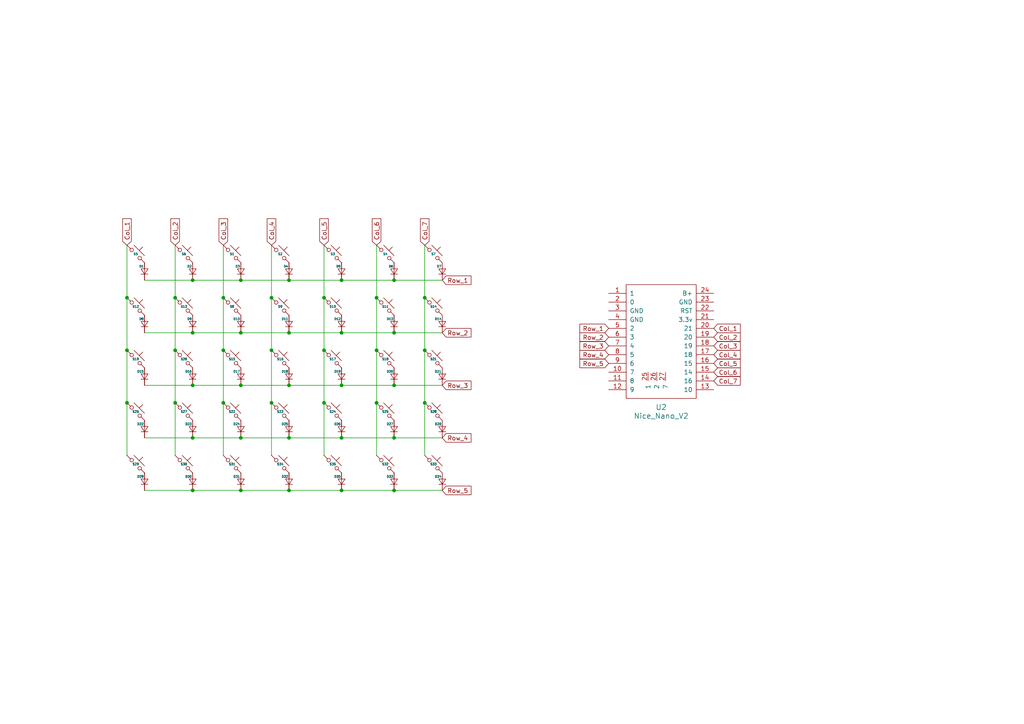
<source format=kicad_sch>
(kicad_sch (version 20250114) (generator "eeschema") (generator_version "9.0")
  (paper "A4")
  (lib_symbols
    (symbol "ScottoKeebs:MCU_Nice_Nano_V2" (pin_names (offset 1.016))
      (property "Reference" "U" (at 0 0 0))
      (property "Value" "Nice_Nano_V2" (at 0 -19.05 0))
      (symbol "MCU_Nice_Nano_V2_0_1"
        (rectangle (start -10.16 16.51) (end 10.16 -16.51))
      )
      (symbol "MCU_Nice_Nano_V2_1_1"
        (pin input line (at -15.24 13.97 0) (length 5.08) (name "1") (number "1"))
        (pin input line (at -15.24 11.43 0) (length 5.08) (name "0") (number "2"))
        (pin input line (at -15.24 8.89 0) (length 5.08) (name "GND") (number "3"))
        (pin input line (at -15.24 6.35 0) (length 5.08) (name "GND") (number "4"))
        (pin input line (at -15.24 3.81 0) (length 5.08) (name "2") (number "5"))
        (pin input line (at -15.24 1.27 0) (length 5.08) (name "3") (number "6"))
        (pin input line (at -15.24 -1.27 0) (length 5.08) (name "4") (number "7"))
        (pin input line (at -15.24 -3.81 0) (length 5.08) (name "5") (number "8"))
        (pin input line (at -15.24 -6.35 0) (length 5.08) (name "6") (number "9"))
        (pin input line (at -15.24 -8.89 0) (length 5.08) (name "7") (number "10"))
        (pin input line (at -15.24 -11.43 0) (length 5.08) (name "8") (number "11"))
        (pin input line (at -15.24 -13.97 0) (length 5.08) (name "9") (number "12"))
        (pin input line (at -3.81 -8.89 270) (length 2.5) (name "1") (number "25"))
        (pin input line (at -1.27 -8.89 270) (length 2.5) (name "2") (number "26"))
        (pin input line (at 1.27 -8.89 270) (length 2.5) (name "7") (number "27"))
        (pin input line (at 15.24 13.97 180) (length 5.08) (name "B+") (number "24"))
        (pin input line (at 15.24 11.43 180) (length 5.08) (name "GND") (number "23"))
        (pin input line (at 15.24 8.89 180) (length 5.08) (name "RST") (number "22"))
        (pin input line (at 15.24 6.35 180) (length 5.08) (name "3.3v") (number "21"))
        (pin input line (at 15.24 3.81 180) (length 5.08) (name "21") (number "20"))
        (pin input line (at 15.24 1.27 180) (length 5.08) (name "20") (number "19"))
        (pin input line (at 15.24 -1.27 180) (length 5.08) (name "19") (number "18"))
        (pin input line (at 15.24 -3.81 180) (length 5.08) (name "18") (number "17"))
        (pin input line (at 15.24 -6.35 180) (length 5.08) (name "15") (number "16"))
        (pin input line (at 15.24 -8.89 180) (length 5.08) (name "14") (number "15"))
        (pin input line (at 15.24 -11.43 180) (length 5.08) (name "16") (number "14"))
        (pin input line (at 15.24 -13.97 180) (length 5.08) (name "10") (number "13"))
      )
    )
    (symbol "ScottoKeebs:Placeholder_Diode" (pin_numbers (hide yes)) (pin_names (hide yes))
      (property "Reference" "D" (at -0.15 1.066 0))
      (symbol "Placeholder_Diode_0_1"
        (polyline (pts (xy 0 -0.762) (xy 0 0.762)))
      )
      (symbol "Placeholder_Diode_1_1"
        (polyline (pts (xy 1.016 0.762) (xy 0 -0.762) (xy -1.016 0.762) (xy 1.016 0.762)) (stroke (width 0.1524)))
        (polyline (pts (xy 1.016 -0.762) (xy -1.016 -0.762)) (stroke (width 0.1524)))
        (pin passive line (at 0 2.54 270) (length 1.778) (name "A") (number "2"))
        (pin passive line (at 0 -2.54 90) (length 1.778) (name "K") (number "1"))
      )
    )
    (symbol "ScottoKeebs:Placeholder_Keyswitch" (pin_numbers (hide yes)) (pin_names (offset 1.016) (hide yes))
      (property "Reference" "S" (at 0 0 0))
      (symbol "Placeholder_Keyswitch_0_1"
        (polyline (pts (xy -2.54 2.54) (xy -1.524 1.524) (xy -1.524 1.524)))
        (circle (center -1.1684 1.1684) (radius 0.508))
        (polyline (pts (xy -0.508 2.54) (xy 2.54 -0.508)))
        (polyline (pts (xy 1.016 1.016) (xy 2.032 2.032)))
        (circle (center 1.143 -1.1938) (radius 0.508))
        (polyline (pts (xy 1.524 -1.524) (xy 2.54 -2.54) (xy 2.54 -2.54) (xy 2.54 -2.54)))
        (pin passive line (at -2.54 2.54 0) (length 0) (name "1") (number "1"))
        (pin passive line (at 2.54 -2.54 180) (length 0) (name "2") (number "2"))
      )
    )
  )
  (junction (at 69.85 81.28))
  (junction (at 55.88 111.76))
  (junction (at 83.82 81.28))
  (junction (at 123.19 116.84))
  (junction (at 36.83 116.84))
  (junction (at 64.77 116.84))
  (junction (at 78.74 116.84))
  (junction (at 93.98 101.6))
  (junction (at 83.82 96.52))
  (junction (at 36.83 101.6))
  (junction (at 78.74 86.36))
  (junction (at 64.77 86.36))
  (junction (at 114.3 111.76))
  (junction (at 55.88 142.24))
  (junction (at 83.82 142.24))
  (junction (at 69.85 127))
  (junction (at 99.06 111.76))
  (junction (at 93.98 86.36))
  (junction (at 55.88 81.28))
  (junction (at 93.98 116.84))
  (junction (at 50.8 86.36))
  (junction (at 69.85 96.52))
  (junction (at 114.3 81.28))
  (junction (at 99.06 96.52))
  (junction (at 99.06 142.24))
  (junction (at 114.3 142.24))
  (junction (at 114.3 127))
  (junction (at 123.19 86.36))
  (junction (at 55.88 96.52))
  (junction (at 83.82 127))
  (junction (at 99.06 127))
  (junction (at 36.83 86.36))
  (junction (at 109.22 86.36))
  (junction (at 123.19 101.6))
  (junction (at 55.88 127))
  (junction (at 109.22 101.6))
  (junction (at 69.85 111.76))
  (junction (at 78.74 101.6))
  (junction (at 64.77 101.6))
  (junction (at 114.3 96.52))
  (junction (at 99.06 81.28))
  (junction (at 83.82 111.76))
  (junction (at 50.8 116.84))
  (junction (at 50.8 101.6))
  (junction (at 109.22 116.84))
  (junction (at 69.85 142.24))
  (wire (pts (xy 114.3 127) (xy 128.27 127)))
  (wire (pts (xy 41.91 142.24) (xy 55.88 142.24)))
  (wire (pts (xy 78.74 71.12) (xy 78.74 86.36)))
  (wire (pts (xy 114.3 111.76) (xy 128.27 111.76)))
  (wire (pts (xy 114.3 96.52) (xy 128.27 96.52)))
  (wire (pts (xy 36.83 71.12) (xy 36.83 86.36)))
  (wire (pts (xy 109.22 116.84) (xy 109.22 132.08)))
  (wire (pts (xy 55.88 96.52) (xy 69.85 96.52)))
  (wire (pts (xy 64.77 116.84) (xy 64.77 132.08)))
  (wire (pts (xy 50.8 86.36) (xy 50.8 101.6)))
  (wire (pts (xy 83.82 96.52) (xy 99.06 96.52)))
  (wire (pts (xy 83.82 127) (xy 99.06 127)))
  (wire (pts (xy 114.3 81.28) (xy 128.27 81.28)))
  (wire (pts (xy 99.06 142.24) (xy 114.3 142.24)))
  (wire (pts (xy 41.91 111.76) (xy 55.88 111.76)))
  (wire (pts (xy 93.98 71.12) (xy 93.98 86.36)))
  (wire (pts (xy 83.82 111.76) (xy 99.06 111.76)))
  (wire (pts (xy 55.88 81.28) (xy 69.85 81.28)))
  (wire (pts (xy 78.74 116.84) (xy 78.74 132.08)))
  (wire (pts (xy 99.06 111.76) (xy 114.3 111.76)))
  (wire (pts (xy 69.85 96.52) (xy 83.82 96.52)))
  (wire (pts (xy 93.98 101.6) (xy 93.98 116.84)))
  (wire (pts (xy 109.22 101.6) (xy 109.22 116.84)))
  (wire (pts (xy 123.19 116.84) (xy 123.19 132.08)))
  (wire (pts (xy 78.74 86.36) (xy 78.74 101.6)))
  (wire (pts (xy 93.98 86.36) (xy 93.98 101.6)))
  (wire (pts (xy 50.8 101.6) (xy 50.8 116.84)))
  (wire (pts (xy 78.74 101.6) (xy 78.74 116.84)))
  (wire (pts (xy 69.85 81.28) (xy 83.82 81.28)))
  (wire (pts (xy 69.85 142.24) (xy 83.82 142.24)))
  (wire (pts (xy 36.83 86.36) (xy 36.83 101.6)))
  (wire (pts (xy 64.77 101.6) (xy 64.77 116.84)))
  (wire (pts (xy 69.85 127) (xy 83.82 127)))
  (wire (pts (xy 99.06 81.28) (xy 114.3 81.28)))
  (wire (pts (xy 55.88 142.24) (xy 69.85 142.24)))
  (wire (pts (xy 99.06 127) (xy 114.3 127)))
  (wire (pts (xy 93.98 116.84) (xy 93.98 132.08)))
  (wire (pts (xy 83.82 142.24) (xy 99.06 142.24)))
  (wire (pts (xy 36.83 116.84) (xy 36.83 132.08)))
  (wire (pts (xy 41.91 81.28) (xy 55.88 81.28)))
  (wire (pts (xy 50.8 71.12) (xy 50.8 86.36)))
  (wire (pts (xy 123.19 71.12) (xy 123.19 86.36)))
  (wire (pts (xy 109.22 86.36) (xy 109.22 101.6)))
  (wire (pts (xy 55.88 127) (xy 69.85 127)))
  (wire (pts (xy 114.3 142.24) (xy 128.27 142.24)))
  (wire (pts (xy 109.22 71.12) (xy 109.22 86.36)))
  (wire (pts (xy 69.85 111.76) (xy 83.82 111.76)))
  (wire (pts (xy 55.88 111.76) (xy 69.85 111.76)))
  (wire (pts (xy 41.91 96.52) (xy 55.88 96.52)))
  (wire (pts (xy 123.19 101.6) (xy 123.19 116.84)))
  (wire (pts (xy 83.82 81.28) (xy 99.06 81.28)))
  (wire (pts (xy 123.19 86.36) (xy 123.19 101.6)))
  (wire (pts (xy 50.8 116.84) (xy 50.8 132.08)))
  (wire (pts (xy 64.77 71.12) (xy 64.77 86.36)))
  (wire (pts (xy 36.83 101.6) (xy 36.83 116.84)))
  (wire (pts (xy 64.77 86.36) (xy 64.77 101.6)))
  (wire (pts (xy 41.91 127) (xy 55.88 127)))
  (wire (pts (xy 99.06 96.52) (xy 114.3 96.52)))
  (global_label "Row_3" (shape input) (at 176.53 100.33 180) (property "Intersheetrefs" "${INTERSHEET_REFS}" (effects (hide yes))))
  (global_label "Col_3" (shape input) (at 64.77 71.12 90) (property "Intersheetrefs" "${INTERSHEET_REFS}" (effects (hide yes))))
  (global_label "Col_6" (shape input) (at 109.22 71.12 90) (property "Intersheetrefs" "${INTERSHEET_REFS}" (effects (hide yes))))
  (global_label "Col_1" (shape input) (at 207.01 95.25 0) (property "Intersheetrefs" "${INTERSHEET_REFS}" (effects (hide yes))))
  (global_label "Col_2" (shape input) (at 50.8 71.12 90) (property "Intersheetrefs" "${INTERSHEET_REFS}" (effects (hide yes))))
  (global_label "Col_7" (shape input) (at 123.19 71.12 90) (property "Intersheetrefs" "${INTERSHEET_REFS}" (effects (hide yes))))
  (global_label "Col_4" (shape input) (at 207.01 102.87 0) (property "Intersheetrefs" "${INTERSHEET_REFS}" (effects (hide yes))))
  (global_label "Col_5" (shape input) (at 207.01 105.41 0) (property "Intersheetrefs" "${INTERSHEET_REFS}" (effects (hide yes))))
  (global_label "Row_3" (shape input) (at 128.27 111.76 0) (property "Intersheetrefs" "${INTERSHEET_REFS}" (effects (hide yes))))
  (global_label "Row_1" (shape input) (at 128.27 81.28 0) (property "Intersheetrefs" "${INTERSHEET_REFS}" (effects (hide yes))))
  (global_label "Row_1" (shape input) (at 176.53 95.25 180) (property "Intersheetrefs" "${INTERSHEET_REFS}" (effects (hide yes))))
  (global_label "Col_3" (shape input) (at 207.01 100.33 0) (property "Intersheetrefs" "${INTERSHEET_REFS}" (effects (hide yes))))
  (global_label "Row_4" (shape input) (at 176.53 102.87 180) (property "Intersheetrefs" "${INTERSHEET_REFS}" (effects (hide yes))))
  (global_label "Row_2" (shape input) (at 176.53 97.79 180) (property "Intersheetrefs" "${INTERSHEET_REFS}" (effects (hide yes))))
  (global_label "Row_2" (shape input) (at 128.27 96.52 0) (property "Intersheetrefs" "${INTERSHEET_REFS}" (effects (hide yes))))
  (global_label "Row_5" (shape input) (at 128.27 142.24 0) (property "Intersheetrefs" "${INTERSHEET_REFS}" (effects (hide yes))))
  (global_label "Col_5" (shape input) (at 93.98 71.12 90) (property "Intersheetrefs" "${INTERSHEET_REFS}" (effects (hide yes))))
  (global_label "Col_7" (shape input) (at 207.01 110.49 0) (property "Intersheetrefs" "${INTERSHEET_REFS}" (effects (hide yes))))
  (global_label "Row_4" (shape input) (at 128.27 127 0) (property "Intersheetrefs" "${INTERSHEET_REFS}" (effects (hide yes))))
  (global_label "Col_2" (shape input) (at 207.01 97.79 0) (property "Intersheetrefs" "${INTERSHEET_REFS}" (effects (hide yes))))
  (global_label "Col_6" (shape input) (at 207.01 107.95 0) (property "Intersheetrefs" "${INTERSHEET_REFS}" (effects (hide yes))))
  (global_label "Row_5" (shape input) (at 176.53 105.41 180) (property "Intersheetrefs" "${INTERSHEET_REFS}" (effects (hide yes))))
  (global_label "Col_1" (shape input) (at 36.83 71.12 90) (property "Intersheetrefs" "${INTERSHEET_REFS}" (effects (hide yes))))
  (global_label "Col_4" (shape input) (at 78.74 71.12 90) (property "Intersheetrefs" "${INTERSHEET_REFS}" (effects (hide yes))))
  (symbol (lib_id "ScottoKeebs:Placeholder_Keyswitch") (at 96.52 73.66 0) (unit 1)
    (property "Reference" "S3" (at 96.52 73.66 0) (effects (font (size 0.635 0.635) (thickness 0.127) (bold yes))))
    (property "Value" "S5" (effects (hide yes)))
    (property "Footprint" "key-switches:SW_MX_HotSwap_PTH_double" (effects (hide yes)))
  )
  (symbol (lib_id "ScottoKeebs:Placeholder_Keyswitch") (at 111.76 73.66 0) (unit 1)
    (property "Reference" "S4" (at 111.76 73.66 0) (effects (font (size 0.635 0.635) (thickness 0.127) (bold yes))))
    (property "Value" "S6" (effects (hide yes)))
    (property "Footprint" "key-switches:SW_MX_HotSwap_PTH_double" (effects (hide yes)))
  )
  (symbol (lib_id "ScottoKeebs:Placeholder_Diode") (at 69.85 109.22 0) (unit 1)
    (property "Reference" "D17" (at 69.7 108.154 0) (effects (font (size 0.635 0.635) (thickness 0.127) (bold yes)) (justify right bottom)))
    (property "Footprint" "ScottoKeebs_Components:Diode_DO-35" (effects (hide yes)))
  )
  (symbol (lib_id "ScottoKeebs:Placeholder_Diode") (at 41.91 124.46 0) (unit 1)
    (property "Reference" "D22" (at 41.76 123.394 0) (effects (font (size 0.635 0.635) (thickness 0.127) (bold yes)) (justify right bottom)))
    (property "Footprint" "ScottoKeebs_Components:Diode_DO-35" (effects (hide yes)))
  )
  (symbol (lib_id "ScottoKeebs:Placeholder_Diode") (at 55.88 93.98 0) (unit 1)
    (property "Reference" "D9" (at 55.73 92.914 0) (effects (font (size 0.635 0.635) (thickness 0.127) (bold yes)) (justify right bottom)))
    (property "Footprint" "ScottoKeebs_Components:Diode_DO-35" (effects (hide yes)))
  )
  (symbol (lib_id "ScottoKeebs:Placeholder_Keyswitch") (at 67.31 119.38 0) (unit 1)
    (property "Reference" "S22" (at 67.31 119.38 0) (effects (font (size 0.635 0.635) (thickness 0.127) (bold yes))))
    (property "Value" "S24" (effects (hide yes)))
    (property "Footprint" "key-switches:SW_MX_HotSwap_PTH_double" (effects (hide yes)))
  )
  (symbol (lib_id "ScottoKeebs:Placeholder_Diode") (at 114.3 139.7 0) (unit 1)
    (property "Reference" "D33" (at 114.15 138.634 0) (effects (font (size 0.635 0.635) (thickness 0.127) (bold yes)) (justify right bottom)))
    (property "Footprint" "ScottoKeebs_Components:Diode_DO-35" (effects (hide yes)))
  )
  (symbol (lib_id "ScottoKeebs:Placeholder_Keyswitch") (at 39.37 119.38 0) (unit 1)
    (property "Reference" "S26" (at 39.37 119.38 0) (effects (font (size 0.635 0.635) (thickness 0.127) (bold yes))))
    (property "Value" "S22" (effects (hide yes)))
    (property "Footprint" "key-switches:SW_MX_HotSwap_PTH_double" (effects (hide yes)))
  )
  (symbol (lib_id "ScottoKeebs:Placeholder_Keyswitch") (at 53.34 88.9 0) (unit 1)
    (property "Reference" "S13" (at 53.34 88.9 0) (effects (font (size 0.635 0.635) (thickness 0.127) (bold yes))))
    (property "Value" "S9" (effects (hide yes)))
    (property "Footprint" "key-switches:SW_MX_HotSwap_PTH_double" (effects (hide yes)))
  )
  (symbol (lib_id "ScottoKeebs:Placeholder_Keyswitch") (at 125.73 73.66 0) (unit 1)
    (property "Reference" "S7" (at 125.73 73.66 0) (effects (font (size 0.635 0.635) (thickness 0.127) (bold yes))))
    (property "Value" "S7" (effects (hide yes)))
    (property "Footprint" "key-switches:SW_MX_HotSwap_PTH_double" (effects (hide yes)))
  )
  (symbol (lib_id "ScottoKeebs:MCU_Nice_Nano_V2") (at 191.77 99.06 0) (unit 1)
    (property "Reference" "U2" (at 191.77 118.11 0) (effects (font (size 1.524 1.524))))
    (property "Value" "Nice_Nano_V2" (at 191.77 120.65 0) (effects (font (size 1.524 1.524))))
    (property "Footprint" "ScottoKeebs_MCU:Nice_Nano_V2" (effects (hide yes)))
  )
  (symbol (lib_id "ScottoKeebs:Placeholder_Diode") (at 99.06 109.22 0) (unit 1)
    (property "Reference" "D19" (at 98.91 108.154 0) (effects (font (size 0.635 0.635) (thickness 0.127) (bold yes)) (justify right bottom)))
    (property "Footprint" "ScottoKeebs_Components:Diode_DO-35" (effects (hide yes)))
  )
  (symbol (lib_id "ScottoKeebs:Placeholder_Diode") (at 69.85 124.46 0) (unit 1)
    (property "Reference" "D24" (at 69.7 123.394 0) (effects (font (size 0.635 0.635) (thickness 0.127) (bold yes)) (justify right bottom)))
    (property "Footprint" "ScottoKeebs_Components:Diode_DO-35" (effects (hide yes)))
  )
  (symbol (lib_id "ScottoKeebs:Placeholder_Keyswitch") (at 67.31 134.62 0) (unit 1)
    (property "Reference" "S31" (at 67.31 134.62 0) (effects (font (size 0.635 0.635) (thickness 0.127) (bold yes))))
    (property "Value" "S31" (effects (hide yes)))
    (property "Footprint" "key-switches:SW_MX_HotSwap_PTH_double" (effects (hide yes)))
  )
  (symbol (lib_id "ScottoKeebs:Placeholder_Keyswitch") (at 111.76 88.9 0) (unit 1)
    (property "Reference" "S11" (at 111.76 88.9 0) (effects (font (size 0.635 0.635) (thickness 0.127) (bold yes))))
    (property "Value" "S13" (effects (hide yes)))
    (property "Footprint" "key-switches:SW_MX_HotSwap_PTH_double" (effects (hide yes)))
  )
  (symbol (lib_id "ScottoKeebs:Placeholder_Diode") (at 128.27 93.98 0) (unit 1)
    (property "Reference" "D14" (at 128.12 92.914 0) (effects (font (size 0.635 0.635) (thickness 0.127) (bold yes)) (justify right bottom)))
    (property "Footprint" "ScottoKeebs_Components:Diode_DO-35" (effects (hide yes)))
  )
  (symbol (lib_id "ScottoKeebs:Placeholder_Diode") (at 114.3 109.22 0) (unit 1)
    (property "Reference" "D20" (at 114.15 108.154 0) (effects (font (size 0.635 0.635) (thickness 0.127) (bold yes)) (justify right bottom)))
    (property "Footprint" "ScottoKeebs_Components:Diode_DO-35" (effects (hide yes)))
  )
  (symbol (lib_id "ScottoKeebs:Placeholder_Diode") (at 114.3 124.46 0) (unit 1)
    (property "Reference" "D27" (at 114.15 123.394 0) (effects (font (size 0.635 0.635) (thickness 0.127) (bold yes)) (justify right bottom)))
    (property "Footprint" "ScottoKeebs_Components:Diode_DO-35" (effects (hide yes)))
  )
  (symbol (lib_id "ScottoKeebs:Placeholder_Diode") (at 128.27 78.74 0) (unit 1)
    (property "Reference" "D7" (at 128.12 77.674 0) (effects (font (size 0.635 0.635) (thickness 0.127) (bold yes)) (justify right bottom)))
    (property "Footprint" "ScottoKeebs_Components:Diode_DO-35" (effects (hide yes)))
  )
  (symbol (lib_id "ScottoKeebs:Placeholder_Diode") (at 83.82 124.46 0) (unit 1)
    (property "Reference" "D25" (at 83.67 123.394 0) (effects (font (size 0.635 0.635) (thickness 0.127) (bold yes)) (justify right bottom)))
    (property "Footprint" "ScottoKeebs_Components:Diode_DO-35" (effects (hide yes)))
  )
  (symbol (lib_id "ScottoKeebs:Placeholder_Keyswitch") (at 96.52 134.62 0) (unit 1)
    (property "Reference" "S35" (at 96.52 134.62 0) (effects (font (size 0.635 0.635) (thickness 0.127) (bold yes))))
    (property "Value" "S33" (effects (hide yes)))
    (property "Footprint" "key-switches:SW_MX_HotSwap_PTH_double" (effects (hide yes)))
  )
  (symbol (lib_id "ScottoKeebs:Placeholder_Diode") (at 41.91 139.7 0) (unit 1)
    (property "Reference" "D29" (at 41.76 138.634 0) (effects (font (size 0.635 0.635) (thickness 0.127) (bold yes)) (justify right bottom)))
    (property "Footprint" "ScottoKeebs_Components:Diode_DO-35" (effects (hide yes)))
  )
  (symbol (lib_id "ScottoKeebs:Placeholder_Diode") (at 41.91 109.22 0) (unit 1)
    (property "Reference" "D15" (at 41.76 108.154 0) (effects (font (size 0.635 0.635) (thickness 0.127) (bold yes)) (justify right bottom)))
    (property "Footprint" "ScottoKeebs_Components:Diode_DO-35" (effects (hide yes)))
  )
  (symbol (lib_id "ScottoKeebs:Placeholder_Keyswitch") (at 81.28 73.66 0) (unit 1)
    (property "Reference" "S2" (at 81.28 73.66 0) (effects (font (size 0.635 0.635) (thickness 0.127) (bold yes))))
    (property "Value" "S4" (effects (hide yes)))
    (property "Footprint" "key-switches:SW_MX_HotSwap_PTH_double" (effects (hide yes)))
  )
  (symbol (lib_id "ScottoKeebs:Placeholder_Diode") (at 69.85 139.7 0) (unit 1)
    (property "Reference" "D31" (at 69.7 138.634 0) (effects (font (size 0.635 0.635) (thickness 0.127) (bold yes)) (justify right bottom)))
    (property "Footprint" "ScottoKeebs_Components:Diode_DO-35" (effects (hide yes)))
  )
  (symbol (lib_id "ScottoKeebs:Placeholder_Keyswitch") (at 39.37 88.9 0) (unit 1)
    (property "Reference" "S12" (at 39.37 88.9 0) (effects (font (size 0.635 0.635) (thickness 0.127) (bold yes))))
    (property "Value" "S8" (effects (hide yes)))
    (property "Footprint" "key-switches:SW_MX_HotSwap_PTH_double" (effects (hide yes)))
  )
  (symbol (lib_id "ScottoKeebs:Placeholder_Keyswitch") (at 111.76 104.14 0) (unit 1)
    (property "Reference" "S18" (at 111.76 104.14 0) (effects (font (size 0.635 0.635) (thickness 0.127) (bold yes))))
    (property "Value" "S20" (effects (hide yes)))
    (property "Footprint" "key-switches:SW_MX_HotSwap_PTH_double" (effects (hide yes)))
  )
  (symbol (lib_id "ScottoKeebs:Placeholder_Keyswitch") (at 81.28 104.14 0) (unit 1)
    (property "Reference" "S16" (at 81.28 104.14 0) (effects (font (size 0.635 0.635) (thickness 0.127) (bold yes))))
    (property "Value" "S18" (effects (hide yes)))
    (property "Footprint" "key-switches:SW_MX_HotSwap_PTH_double" (effects (hide yes)))
  )
  (symbol (lib_id "ScottoKeebs:Placeholder_Diode") (at 55.88 124.46 0) (unit 1)
    (property "Reference" "D23" (at 55.73 123.394 0) (effects (font (size 0.635 0.635) (thickness 0.127) (bold yes)) (justify right bottom)))
    (property "Footprint" "ScottoKeebs_Components:Diode_DO-35" (effects (hide yes)))
  )
  (symbol (lib_id "ScottoKeebs:Placeholder_Keyswitch") (at 67.31 88.9 0) (unit 1)
    (property "Reference" "S8" (at 67.31 88.9 0) (effects (font (size 0.635 0.635) (thickness 0.127) (bold yes))))
    (property "Value" "S10" (effects (hide yes)))
    (property "Footprint" "key-switches:SW_MX_HotSwap_PTH_double" (effects (hide yes)))
  )
  (symbol (lib_id "ScottoKeebs:Placeholder_Diode") (at 128.27 124.46 0) (unit 1)
    (property "Reference" "D28" (at 128.12 123.394 0) (effects (font (size 0.635 0.635) (thickness 0.127) (bold yes)) (justify right bottom)))
    (property "Footprint" "ScottoKeebs_Components:Diode_DO-35" (effects (hide yes)))
  )
  (symbol (lib_id "ScottoKeebs:Placeholder_Diode") (at 55.88 78.74 0) (unit 1)
    (property "Reference" "D2" (at 55.73 77.674 0) (effects (font (size 0.635 0.635) (thickness 0.127) (bold yes)) (justify right bottom)))
    (property "Footprint" "ScottoKeebs_Components:Diode_DO-35" (effects (hide yes)))
  )
  (symbol (lib_id "ScottoKeebs:Placeholder_Diode") (at 114.3 93.98 0) (unit 1)
    (property "Reference" "D13" (at 114.15 92.914 0) (effects (font (size 0.635 0.635) (thickness 0.127) (bold yes)) (justify right bottom)))
    (property "Footprint" "ScottoKeebs_Components:Diode_DO-35" (effects (hide yes)))
  )
  (symbol (lib_id "ScottoKeebs:Placeholder_Diode") (at 41.91 78.74 0) (unit 1)
    (property "Reference" "D1" (at 41.76 77.674 0) (effects (font (size 0.635 0.635) (thickness 0.127) (bold yes)) (justify right bottom)))
    (property "Footprint" "ScottoKeebs_Components:Diode_DO-35" (effects (hide yes)))
  )
  (symbol (lib_id "ScottoKeebs:Placeholder_Keyswitch") (at 125.73 134.62 0) (unit 1)
    (property "Reference" "S33" (at 125.73 134.62 0) (effects (font (size 0.635 0.635) (thickness 0.127) (bold yes))))
    (property "Value" "S35" (effects (hide yes)))
    (property "Footprint" "key-switches:SW_MX_HotSwap_PTH_double" (effects (hide yes)))
  )
  (symbol (lib_id "ScottoKeebs:Placeholder_Keyswitch") (at 53.34 119.38 0) (unit 1)
    (property "Reference" "S27" (at 53.34 119.38 0) (effects (font (size 0.635 0.635) (thickness 0.127) (bold yes))))
    (property "Value" "S23" (effects (hide yes)))
    (property "Footprint" "key-switches:SW_MX_HotSwap_PTH_double" (effects (hide yes)))
  )
  (symbol (lib_id "ScottoKeebs:Placeholder_Diode") (at 41.91 93.98 0) (unit 1)
    (property "Reference" "D8" (at 41.76 92.914 0) (effects (font (size 0.635 0.635) (thickness 0.127) (bold yes)) (justify right bottom)))
    (property "Footprint" "ScottoKeebs_Components:Diode_DO-35" (effects (hide yes)))
  )
  (symbol (lib_id "ScottoKeebs:Placeholder_Diode") (at 83.82 93.98 0) (unit 1)
    (property "Reference" "D11" (at 83.67 92.914 0) (effects (font (size 0.635 0.635) (thickness 0.127) (bold yes)) (justify right bottom)))
    (property "Footprint" "ScottoKeebs_Components:Diode_DO-35" (effects (hide yes)))
  )
  (symbol (lib_id "ScottoKeebs:Placeholder_Diode") (at 83.82 139.7 0) (unit 1)
    (property "Reference" "D32" (at 83.67 138.634 0) (effects (font (size 0.635 0.635) (thickness 0.127) (bold yes)) (justify right bottom)))
    (property "Footprint" "ScottoKeebs_Components:Diode_DO-35" (effects (hide yes)))
  )
  (symbol (lib_id "ScottoKeebs:Placeholder_Diode") (at 55.88 109.22 0) (unit 1)
    (property "Reference" "D16" (at 55.73 108.154 0) (effects (font (size 0.635 0.635) (thickness 0.127) (bold yes)) (justify right bottom)))
    (property "Footprint" "ScottoKeebs_Components:Diode_DO-35" (effects (hide yes)))
  )
  (symbol (lib_id "ScottoKeebs:Placeholder_Keyswitch") (at 111.76 134.62 0) (unit 1)
    (property "Reference" "S32" (at 111.76 134.62 0) (effects (font (size 0.635 0.635) (thickness 0.127) (bold yes))))
    (property "Value" "S34" (effects (hide yes)))
    (property "Footprint" "key-switches:SW_MX_HotSwap_PTH_double" (effects (hide yes)))
  )
  (symbol (lib_id "ScottoKeebs:Placeholder_Diode") (at 99.06 139.7 0) (unit 1)
    (property "Reference" "D35" (at 98.91 138.634 0) (effects (font (size 0.635 0.635) (thickness 0.127) (bold yes)) (justify right bottom)))
    (property "Footprint" "ScottoKeebs_Components:Diode_DO-35" (effects (hide yes)))
  )
  (symbol (lib_id "ScottoKeebs:Placeholder_Diode") (at 128.27 139.7 0) (unit 1)
    (property "Reference" "D34" (at 128.12 138.634 0) (effects (font (size 0.635 0.635) (thickness 0.127) (bold yes)) (justify right bottom)))
    (property "Footprint" "ScottoKeebs_Components:Diode_DO-35" (effects (hide yes)))
  )
  (symbol (lib_id "ScottoKeebs:Placeholder_Diode") (at 99.06 124.46 0) (unit 1)
    (property "Reference" "D26" (at 98.91 123.394 0) (effects (font (size 0.635 0.635) (thickness 0.127) (bold yes)) (justify right bottom)))
    (property "Footprint" "ScottoKeebs_Components:Diode_DO-35" (effects (hide yes)))
  )
  (symbol (lib_id "ScottoKeebs:Placeholder_Keyswitch") (at 67.31 104.14 0) (unit 1)
    (property "Reference" "S15" (at 67.31 104.14 0) (effects (font (size 0.635 0.635) (thickness 0.127) (bold yes))))
    (property "Value" "S17" (effects (hide yes)))
    (property "Footprint" "key-switches:SW_MX_HotSwap_PTH_double" (effects (hide yes)))
  )
  (symbol (lib_id "ScottoKeebs:Placeholder_Keyswitch") (at 96.52 88.9 0) (unit 1)
    (property "Reference" "S10" (at 96.52 88.9 0) (effects (font (size 0.635 0.635) (thickness 0.127) (bold yes))))
    (property "Value" "S12" (effects (hide yes)))
    (property "Footprint" "key-switches:SW_MX_HotSwap_PTH_double" (effects (hide yes)))
  )
  (symbol (lib_id "ScottoKeebs:Placeholder_Keyswitch") (at 81.28 119.38 0) (unit 1)
    (property "Reference" "S23" (at 81.28 119.38 0) (effects (font (size 0.635 0.635) (thickness 0.127) (bold yes))))
    (property "Value" "S25" (effects (hide yes)))
    (property "Footprint" "key-switches:SW_MX_HotSwap_PTH_double" (effects (hide yes)))
  )
  (symbol (lib_id "ScottoKeebs:Placeholder_Diode") (at 114.3 78.74 0) (unit 1)
    (property "Reference" "D6" (at 114.15 77.674 0) (effects (font (size 0.635 0.635) (thickness 0.127) (bold yes)) (justify right bottom)))
    (property "Footprint" "ScottoKeebs_Components:Diode_DO-35" (effects (hide yes)))
  )
  (symbol (lib_id "ScottoKeebs:Placeholder_Keyswitch") (at 53.34 104.14 0) (unit 1)
    (property "Reference" "S20" (at 53.34 104.14 0) (effects (font (size 0.635 0.635) (thickness 0.127) (bold yes))))
    (property "Value" "S16" (effects (hide yes)))
    (property "Footprint" "key-switches:SW_MX_HotSwap_PTH_double" (effects (hide yes)))
  )
  (symbol (lib_id "ScottoKeebs:Placeholder_Diode") (at 99.06 93.98 0) (unit 1)
    (property "Reference" "D12" (at 98.91 92.914 0) (effects (font (size 0.635 0.635) (thickness 0.127) (bold yes)) (justify right bottom)))
    (property "Footprint" "ScottoKeebs_Components:Diode_DO-35" (effects (hide yes)))
  )
  (symbol (lib_id "ScottoKeebs:Placeholder_Keyswitch") (at 39.37 104.14 0) (unit 1)
    (property "Reference" "S19" (at 39.37 104.14 0) (effects (font (size 0.635 0.635) (thickness 0.127) (bold yes))))
    (property "Value" "S15" (effects (hide yes)))
    (property "Footprint" "key-switches:SW_MX_HotSwap_PTH_double" (effects (hide yes)))
  )
  (symbol (lib_id "ScottoKeebs:Placeholder_Keyswitch") (at 81.28 134.62 0) (unit 1)
    (property "Reference" "S34" (at 81.28 134.62 0) (effects (font (size 0.635 0.635) (thickness 0.127) (bold yes))))
    (property "Value" "S32" (effects (hide yes)))
    (property "Footprint" "key-switches:SW_MX_HotSwap_PTH_double" (effects (hide yes)))
  )
  (symbol (lib_id "ScottoKeebs:Placeholder_Diode") (at 69.85 93.98 0) (unit 1)
    (property "Reference" "D10" (at 69.7 92.914 0) (effects (font (size 0.635 0.635) (thickness 0.127) (bold yes)) (justify right bottom)))
    (property "Footprint" "ScottoKeebs_Components:Diode_DO-35" (effects (hide yes)))
  )
  (symbol (lib_id "ScottoKeebs:Placeholder_Diode") (at 128.27 109.22 0) (unit 1)
    (property "Reference" "D21" (at 128.12 108.154 0) (effects (font (size 0.635 0.635) (thickness 0.127) (bold yes)) (justify right bottom)))
    (property "Footprint" "ScottoKeebs_Components:Diode_DO-35" (effects (hide yes)))
  )
  (symbol (lib_id "ScottoKeebs:Placeholder_Keyswitch") (at 111.76 119.38 0) (unit 1)
    (property "Reference" "S25" (at 111.76 119.38 0) (effects (font (size 0.635 0.635) (thickness 0.127) (bold yes))))
    (property "Value" "S27" (effects (hide yes)))
    (property "Footprint" "key-switches:SW_MX_HotSwap_PTH_double" (effects (hide yes)))
  )
  (symbol (lib_id "ScottoKeebs:Placeholder_Keyswitch") (at 53.34 134.62 0) (unit 1)
    (property "Reference" "S30" (at 53.34 134.62 0) (effects (font (size 0.635 0.635) (thickness 0.127) (bold yes))))
    (property "Value" "S30" (effects (hide yes)))
    (property "Footprint" "key-switches:SW_MX_HotSwap_PTH_double" (effects (hide yes)))
  )
  (symbol (lib_id "ScottoKeebs:Placeholder_Keyswitch") (at 39.37 134.62 0) (unit 1)
    (property "Reference" "S29" (at 39.37 134.62 0) (effects (font (size 0.635 0.635) (thickness 0.127) (bold yes))))
    (property "Value" "S29" (effects (hide yes)))
    (property "Footprint" "key-switches:SW_MX_HotSwap_PTH_double" (effects (hide yes)))
  )
  (symbol (lib_id "ScottoKeebs:Placeholder_Keyswitch") (at 125.73 88.9 0) (unit 1)
    (property "Reference" "S14" (at 125.73 88.9 0) (effects (font (size 0.635 0.635) (thickness 0.127) (bold yes))))
    (property "Value" "S14" (effects (hide yes)))
    (property "Footprint" "key-switches:SW_MX_HotSwap_PTH_double" (effects (hide yes)))
  )
  (symbol (lib_id "ScottoKeebs:Placeholder_Keyswitch") (at 39.37 73.66 0) (unit 1)
    (property "Reference" "S5" (at 39.37 73.66 0) (effects (font (size 0.635 0.635) (thickness 0.127) (bold yes))))
    (property "Value" "S1" (effects (hide yes)))
    (property "Footprint" "key-switches:SW_MX_HotSwap_PTH_double" (effects (hide yes)))
  )
  (symbol (lib_id "ScottoKeebs:Placeholder_Keyswitch") (at 96.52 104.14 0) (unit 1)
    (property "Reference" "S17" (at 96.52 104.14 0) (effects (font (size 0.635 0.635) (thickness 0.127) (bold yes))))
    (property "Value" "S19" (effects (hide yes)))
    (property "Footprint" "key-switches:SW_MX_HotSwap_PTH_double" (effects (hide yes)))
  )
  (symbol (lib_id "ScottoKeebs:Placeholder_Diode") (at 69.85 78.74 0) (unit 1)
    (property "Reference" "D3" (at 69.7 77.674 0) (effects (font (size 0.635 0.635) (thickness 0.127) (bold yes)) (justify right bottom)))
    (property "Footprint" "ScottoKeebs_Components:Diode_DO-35" (effects (hide yes)))
  )
  (symbol (lib_id "ScottoKeebs:Placeholder_Keyswitch") (at 125.73 119.38 0) (unit 1)
    (property "Reference" "S28" (at 125.73 119.38 0) (effects (font (size 0.635 0.635) (thickness 0.127) (bold yes))))
    (property "Value" "S28" (effects (hide yes)))
    (property "Footprint" "key-switches:SW_MX_HotSwap_PTH_double" (effects (hide yes)))
  )
  (symbol (lib_id "ScottoKeebs:Placeholder_Diode") (at 83.82 78.74 0) (unit 1)
    (property "Reference" "D4" (at 83.67 77.674 0) (effects (font (size 0.635 0.635) (thickness 0.127) (bold yes)) (justify right bottom)))
    (property "Footprint" "ScottoKeebs_Components:Diode_DO-35" (effects (hide yes)))
  )
  (symbol (lib_id "ScottoKeebs:Placeholder_Keyswitch") (at 67.31 73.66 0) (unit 1)
    (property "Reference" "S1" (at 67.31 73.66 0) (effects (font (size 0.635 0.635) (thickness 0.127) (bold yes))))
    (property "Value" "S3" (effects (hide yes)))
    (property "Footprint" "key-switches:SW_MX_HotSwap_PTH_double" (effects (hide yes)))
  )
  (symbol (lib_id "ScottoKeebs:Placeholder_Diode") (at 99.06 78.74 0) (unit 1)
    (property "Reference" "D5" (at 98.91 77.674 0) (effects (font (size 0.635 0.635) (thickness 0.127) (bold yes)) (justify right bottom)))
    (property "Footprint" "ScottoKeebs_Components:Diode_DO-35" (effects (hide yes)))
  )
  (symbol (lib_id "ScottoKeebs:Placeholder_Keyswitch") (at 96.52 119.38 0) (unit 1)
    (property "Reference" "S24" (at 96.52 119.38 0) (effects (font (size 0.635 0.635) (thickness 0.127) (bold yes))))
    (property "Value" "S26" (effects (hide yes)))
    (property "Footprint" "key-switches:SW_MX_HotSwap_PTH_double" (effects (hide yes)))
  )
  (symbol (lib_id "ScottoKeebs:Placeholder_Diode") (at 55.88 139.7 0) (unit 1)
    (property "Reference" "D30" (at 55.73 138.634 0) (effects (font (size 0.635 0.635) (thickness 0.127) (bold yes)) (justify right bottom)))
    (property "Footprint" "ScottoKeebs_Components:Diode_DO-35" (effects (hide yes)))
  )
  (symbol (lib_id "ScottoKeebs:Placeholder_Keyswitch") (at 125.73 104.14 0) (unit 1)
    (property "Reference" "S21" (at 125.73 104.14 0) (effects (font (size 0.635 0.635) (thickness 0.127) (bold yes))))
    (property "Value" "S21" (effects (hide yes)))
    (property "Footprint" "key-switches:SW_MX_HotSwap_PTH_double" (effects (hide yes)))
  )
  (symbol (lib_id "ScottoKeebs:Placeholder_Keyswitch") (at 81.28 88.9 0) (unit 1)
    (property "Reference" "S9" (at 81.28 88.9 0) (effects (font (size 0.635 0.635) (thickness 0.127) (bold yes))))
    (property "Value" "S11" (effects (hide yes)))
    (property "Footprint" "key-switches:SW_MX_HotSwap_PTH_double" (effects (hide yes)))
  )
  (symbol (lib_id "ScottoKeebs:Placeholder_Keyswitch") (at 53.34 73.66 0) (unit 1)
    (property "Reference" "S6" (at 53.34 73.66 0) (effects (font (size 0.635 0.635) (thickness 0.127) (bold yes))))
    (property "Value" "S2" (effects (hide yes)))
    (property "Footprint" "key-switches:SW_MX_HotSwap_PTH_double" (effects (hide yes)))
  )
  (symbol (lib_id "ScottoKeebs:Placeholder_Diode") (at 83.82 109.22 0) (unit 1)
    (property "Reference" "D18" (at 83.67 108.154 0) (effects (font (size 0.635 0.635) (thickness 0.127) (bold yes)) (justify right bottom)))
    (property "Footprint" "ScottoKeebs_Components:Diode_DO-35" (effects (hide yes)))
  )
)
</source>
